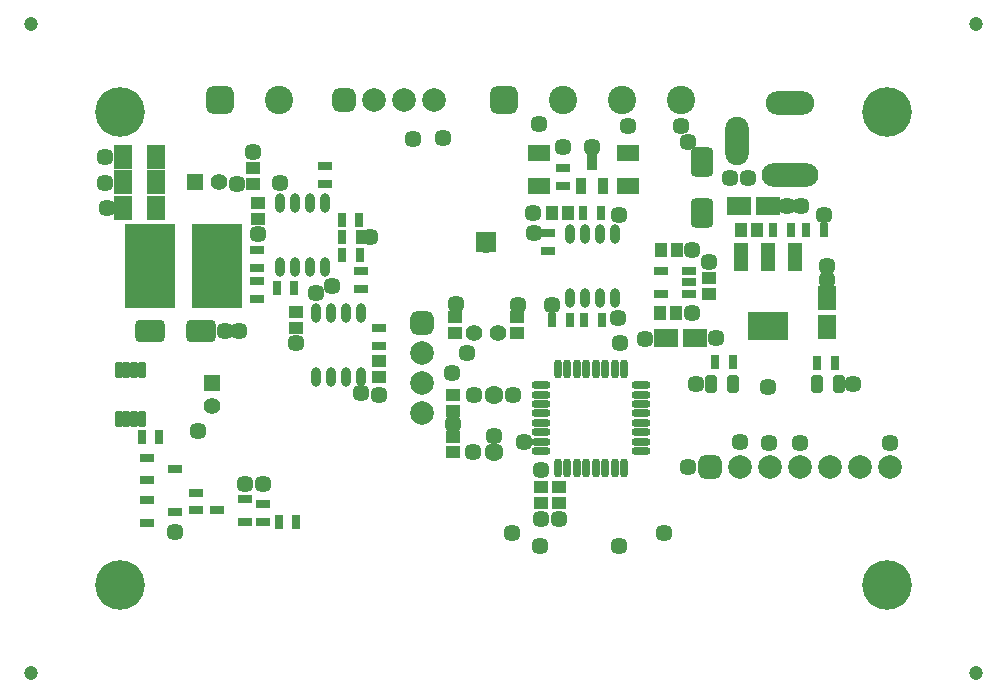
<source format=gts>
G04*
G04 #@! TF.GenerationSoftware,Altium Limited,Altium Designer,18.1.1 (9)*
G04*
G04 Layer_Color=8388736*
%FSLAX42Y42*%
%MOMM*%
G71*
G01*
G75*
G04:AMPARAMS|DCode=10|XSize=1.42mm|YSize=0.65mm|CornerRadius=0.21mm|HoleSize=0mm|Usage=FLASHONLY|Rotation=90.000|XOffset=0mm|YOffset=0mm|HoleType=Round|Shape=RoundedRectangle|*
%AMROUNDEDRECTD10*
21,1,1.42,0.23,0,0,90.0*
21,1,1.00,0.65,0,0,90.0*
1,1,0.42,0.11,0.50*
1,1,0.42,0.11,-0.50*
1,1,0.42,-0.11,-0.50*
1,1,0.42,-0.11,0.50*
%
%ADD10ROUNDEDRECTD10*%
%ADD11R,1.50X2.00*%
%ADD12R,1.20X0.80*%
%ADD13O,0.80X1.65*%
%ADD14O,0.75X1.60*%
%ADD15O,1.60X0.75*%
%ADD16R,3.45X2.35*%
%ADD17R,1.20X2.35*%
%ADD18R,1.15X0.80*%
%ADD19R,0.80X1.15*%
%ADD20R,4.20X7.20*%
%ADD21R,1.95X1.45*%
G04:AMPARAMS|DCode=22|XSize=2.47mm|YSize=1.85mm|CornerRadius=0.35mm|HoleSize=0mm|Usage=FLASHONLY|Rotation=0.000|XOffset=0mm|YOffset=0mm|HoleType=Round|Shape=RoundedRectangle|*
%AMROUNDEDRECTD22*
21,1,2.47,1.16,0,0,0.0*
21,1,1.78,1.85,0,0,0.0*
1,1,0.70,0.89,-0.58*
1,1,0.70,-0.89,-0.58*
1,1,0.70,-0.89,0.58*
1,1,0.70,0.89,0.58*
%
%ADD22ROUNDEDRECTD22*%
G04:AMPARAMS|DCode=23|XSize=1.06mm|YSize=1.55mm|CornerRadius=0.32mm|HoleSize=0mm|Usage=FLASHONLY|Rotation=180.000|XOffset=0mm|YOffset=0mm|HoleType=Round|Shape=RoundedRectangle|*
%AMROUNDEDRECTD23*
21,1,1.06,0.91,0,0,180.0*
21,1,0.42,1.55,0,0,180.0*
1,1,0.64,-0.21,0.46*
1,1,0.64,0.21,0.46*
1,1,0.64,0.21,-0.46*
1,1,0.64,-0.21,-0.46*
%
%ADD23ROUNDEDRECTD23*%
%ADD24R,0.90X1.40*%
G04:AMPARAMS|DCode=25|XSize=2.47mm|YSize=1.85mm|CornerRadius=0.35mm|HoleSize=0mm|Usage=FLASHONLY|Rotation=90.000|XOffset=0mm|YOffset=0mm|HoleType=Round|Shape=RoundedRectangle|*
%AMROUNDEDRECTD25*
21,1,2.47,1.16,0,0,90.0*
21,1,1.78,1.85,0,0,90.0*
1,1,0.70,0.58,0.89*
1,1,0.70,0.58,-0.89*
1,1,0.70,-0.58,-0.89*
1,1,0.70,-0.58,0.89*
%
%ADD25ROUNDEDRECTD25*%
%ADD26R,1.20X1.00*%
%ADD27R,1.00X1.20*%
%ADD28R,2.15X1.50*%
%ADD29R,1.50X2.15*%
%ADD30R,1.70X1.70*%
%ADD31C,1.20*%
%ADD32C,1.60*%
%ADD33C,2.40*%
G04:AMPARAMS|DCode=34|XSize=2.4mm|YSize=2.4mm|CornerRadius=0.65mm|HoleSize=0mm|Usage=FLASHONLY|Rotation=0.000|XOffset=0mm|YOffset=0mm|HoleType=Round|Shape=RoundedRectangle|*
%AMROUNDEDRECTD34*
21,1,2.40,1.10,0,0,0.0*
21,1,1.10,2.40,0,0,0.0*
1,1,1.30,0.55,-0.55*
1,1,1.30,-0.55,-0.55*
1,1,1.30,-0.55,0.55*
1,1,1.30,0.55,0.55*
%
%ADD34ROUNDEDRECTD34*%
%ADD35C,2.00*%
G04:AMPARAMS|DCode=36|XSize=2mm|YSize=2mm|CornerRadius=0.55mm|HoleSize=0mm|Usage=FLASHONLY|Rotation=0.000|XOffset=0mm|YOffset=0mm|HoleType=Round|Shape=RoundedRectangle|*
%AMROUNDEDRECTD36*
21,1,2.00,0.90,0,0,0.0*
21,1,0.90,2.00,0,0,0.0*
1,1,1.10,0.45,-0.45*
1,1,1.10,-0.45,-0.45*
1,1,1.10,-0.45,0.45*
1,1,1.10,0.45,0.45*
%
%ADD36ROUNDEDRECTD36*%
G04:AMPARAMS|DCode=37|XSize=2mm|YSize=2mm|CornerRadius=0.55mm|HoleSize=0mm|Usage=FLASHONLY|Rotation=270.000|XOffset=0mm|YOffset=0mm|HoleType=Round|Shape=RoundedRectangle|*
%AMROUNDEDRECTD37*
21,1,2.00,0.90,0,0,270.0*
21,1,0.90,2.00,0,0,270.0*
1,1,1.10,-0.45,-0.45*
1,1,1.10,-0.45,0.45*
1,1,1.10,0.45,0.45*
1,1,1.10,0.45,-0.45*
%
%ADD37ROUNDEDRECTD37*%
%ADD38O,4.80X2.00*%
%ADD39O,2.00X4.10*%
%ADD40O,4.10X2.00*%
%ADD41C,1.40*%
%ADD42R,1.40X1.40*%
%ADD43R,1.40X1.40*%
%ADD44C,4.20*%
%ADD45C,1.20*%
%ADD46C,1.45*%
D10*
X493Y2322D02*
D03*
X557D02*
D03*
X622D02*
D03*
X688D02*
D03*
Y1899D02*
D03*
X622D02*
D03*
X557D02*
D03*
X493D02*
D03*
D11*
X530Y3690D02*
D03*
X810D02*
D03*
X530Y3910D02*
D03*
X810D02*
D03*
X530Y4120D02*
D03*
X810D02*
D03*
D12*
X970Y1120D02*
D03*
X730Y1025D02*
D03*
Y1215D02*
D03*
X5080Y2965D02*
D03*
Y3155D02*
D03*
X5320D02*
D03*
Y3060D02*
D03*
Y2965D02*
D03*
X970Y1480D02*
D03*
X730Y1385D02*
D03*
Y1575D02*
D03*
X1320Y1130D02*
D03*
X1560Y1225D02*
D03*
Y1035D02*
D03*
D13*
X2241Y3733D02*
D03*
X2114D02*
D03*
X1986D02*
D03*
X1859D02*
D03*
X2241Y3188D02*
D03*
X2114D02*
D03*
X1986D02*
D03*
X1859D02*
D03*
X2541Y2802D02*
D03*
X2414D02*
D03*
X2286D02*
D03*
X2159D02*
D03*
X2541Y2258D02*
D03*
X2414D02*
D03*
X2286D02*
D03*
X2159D02*
D03*
X4690Y3472D02*
D03*
X4563D02*
D03*
X4437D02*
D03*
X4310D02*
D03*
X4690Y2927D02*
D03*
X4563D02*
D03*
X4437D02*
D03*
X4310D02*
D03*
D14*
X4210Y2330D02*
D03*
X4290D02*
D03*
X4370D02*
D03*
X4450D02*
D03*
X4530D02*
D03*
X4610D02*
D03*
X4690D02*
D03*
X4770D02*
D03*
Y1490D02*
D03*
X4690D02*
D03*
X4610D02*
D03*
X4530D02*
D03*
X4450D02*
D03*
X4370D02*
D03*
X4290D02*
D03*
X4210D02*
D03*
D15*
X4910Y2190D02*
D03*
Y2110D02*
D03*
Y2030D02*
D03*
Y1950D02*
D03*
Y1870D02*
D03*
Y1790D02*
D03*
Y1710D02*
D03*
Y1630D02*
D03*
X4070D02*
D03*
Y1710D02*
D03*
Y1790D02*
D03*
Y1870D02*
D03*
Y1950D02*
D03*
Y2030D02*
D03*
Y2110D02*
D03*
Y2190D02*
D03*
D16*
X5990Y2688D02*
D03*
D17*
X5760Y3272D02*
D03*
X5990D02*
D03*
X6220D02*
D03*
D18*
X2240Y3895D02*
D03*
Y4045D02*
D03*
X2540Y3155D02*
D03*
Y3005D02*
D03*
X2700Y2670D02*
D03*
Y2520D02*
D03*
X1150Y1130D02*
D03*
Y1280D02*
D03*
X1710Y1030D02*
D03*
Y1180D02*
D03*
X1660Y3330D02*
D03*
Y3180D02*
D03*
Y3070D02*
D03*
Y2920D02*
D03*
X4125Y3325D02*
D03*
Y3475D02*
D03*
X4250Y3875D02*
D03*
Y4025D02*
D03*
D19*
X2380Y3590D02*
D03*
X2530D02*
D03*
X2385Y3440D02*
D03*
X2535D02*
D03*
X685Y1750D02*
D03*
X835D02*
D03*
X1830Y3010D02*
D03*
X1980D02*
D03*
X2535Y3290D02*
D03*
X2385D02*
D03*
X1845Y1030D02*
D03*
X1995D02*
D03*
X5540Y2390D02*
D03*
X5690D02*
D03*
X6555Y2380D02*
D03*
X6405D02*
D03*
X6185Y3500D02*
D03*
X6035D02*
D03*
X4160Y2740D02*
D03*
X4310D02*
D03*
X4585D02*
D03*
X4435D02*
D03*
X6460Y3500D02*
D03*
X6310D02*
D03*
X4425Y3650D02*
D03*
X4575D02*
D03*
D20*
X1320Y3200D02*
D03*
X757D02*
D03*
D21*
X4800Y4155D02*
D03*
Y3875D02*
D03*
X4050Y4155D02*
D03*
Y3875D02*
D03*
D22*
X1186Y2650D02*
D03*
X753D02*
D03*
D23*
X5506Y2200D02*
D03*
X5694D02*
D03*
X6593D02*
D03*
X6407D02*
D03*
D24*
X4405Y3872D02*
D03*
X4595D02*
D03*
X4500Y4075D02*
D03*
D25*
X5430Y4076D02*
D03*
Y3644D02*
D03*
D26*
X1670Y3600D02*
D03*
Y3735D02*
D03*
X1630Y3892D02*
D03*
Y4028D02*
D03*
X1990Y2670D02*
D03*
Y2805D02*
D03*
X2700Y2395D02*
D03*
Y2260D02*
D03*
X5490Y2965D02*
D03*
Y3100D02*
D03*
X4070Y1325D02*
D03*
Y1190D02*
D03*
X4220Y1325D02*
D03*
Y1190D02*
D03*
X3320Y1755D02*
D03*
Y1620D02*
D03*
Y1973D02*
D03*
Y2108D02*
D03*
X3860Y2765D02*
D03*
Y2630D02*
D03*
X3340Y2765D02*
D03*
Y2630D02*
D03*
D27*
X5080Y3330D02*
D03*
X5215D02*
D03*
X5075Y2800D02*
D03*
X5210D02*
D03*
X4162Y3650D02*
D03*
X4297D02*
D03*
X5760Y3500D02*
D03*
X5895D02*
D03*
D28*
X5372Y2590D02*
D03*
X5128D02*
D03*
X5990Y3710D02*
D03*
X5745D02*
D03*
D29*
X6490Y2925D02*
D03*
Y2680D02*
D03*
D30*
X3600Y3400D02*
D03*
D31*
X7750Y-250D02*
D03*
X-250D02*
D03*
X7750Y5250D02*
D03*
X-250D02*
D03*
D32*
X3670Y2108D02*
D03*
Y1620D02*
D03*
D33*
X1850Y4600D02*
D03*
X5250D02*
D03*
X4750D02*
D03*
X4250D02*
D03*
D34*
X1350D02*
D03*
X3750D02*
D03*
D35*
X7024Y1500D02*
D03*
X6770D02*
D03*
X6516D02*
D03*
X6262D02*
D03*
X6008D02*
D03*
X5754D02*
D03*
X2654Y4600D02*
D03*
X2908D02*
D03*
X3162D02*
D03*
X3060Y2458D02*
D03*
Y2204D02*
D03*
Y1950D02*
D03*
D36*
X5500Y1500D02*
D03*
X2400Y4600D02*
D03*
D37*
X3060Y2712D02*
D03*
D38*
X6175Y3970D02*
D03*
D39*
X5725Y4260D02*
D03*
D40*
X6175Y4575D02*
D03*
D41*
X1340Y3910D02*
D03*
X1280Y2010D02*
D03*
X3700Y2630D02*
D03*
X3500D02*
D03*
D42*
X1140Y3910D02*
D03*
D43*
X1280Y2210D02*
D03*
D44*
X7000Y500D02*
D03*
X500D02*
D03*
X7000Y4500D02*
D03*
X500D02*
D03*
D45*
X5725Y4180D02*
D03*
Y4340D02*
D03*
X6255Y4575D02*
D03*
X6095D02*
D03*
X6255Y3970D02*
D03*
X6095D02*
D03*
D46*
X2700Y2110D02*
D03*
X390Y3690D02*
D03*
X380Y3900D02*
D03*
Y4120D02*
D03*
X7024Y1700D02*
D03*
X6262D02*
D03*
X5754Y1710D02*
D03*
X6000Y1700D02*
D03*
X3600Y3380D02*
D03*
X1160Y1800D02*
D03*
X3500Y2110D02*
D03*
X3490Y1620D02*
D03*
X3670Y1760D02*
D03*
X3830Y2110D02*
D03*
X5310Y1500D02*
D03*
X1491Y3892D02*
D03*
X3240Y4280D02*
D03*
X2984Y4270D02*
D03*
X3310Y2290D02*
D03*
X3440Y2460D02*
D03*
X5250Y4380D02*
D03*
X5310Y4250D02*
D03*
X4800Y4380D02*
D03*
X4050Y4400D02*
D03*
X5820Y3940D02*
D03*
X5670D02*
D03*
X4720Y2760D02*
D03*
X3920Y1710D02*
D03*
X2620Y3440D02*
D03*
X6490Y3200D02*
D03*
Y3077D02*
D03*
X4730Y3630D02*
D03*
X2300Y3030D02*
D03*
X2541Y2120D02*
D03*
X6460Y3630D02*
D03*
X6270Y3710D02*
D03*
X6150D02*
D03*
X3870Y2870D02*
D03*
X3350Y2880D02*
D03*
X1630Y4160D02*
D03*
X4070Y1060D02*
D03*
X4220D02*
D03*
X4730Y830D02*
D03*
X4060D02*
D03*
X1859Y3899D02*
D03*
X1670Y3470D02*
D03*
X970Y950D02*
D03*
X1710Y1350D02*
D03*
X1560D02*
D03*
X5990Y2170D02*
D03*
X5550Y2590D02*
D03*
X5350Y2800D02*
D03*
Y3330D02*
D03*
X5490Y3230D02*
D03*
X1510Y2650D02*
D03*
X1390D02*
D03*
X1990Y2550D02*
D03*
X5110Y940D02*
D03*
X3820D02*
D03*
X2159Y2969D02*
D03*
X3320Y1864D02*
D03*
X4000Y3650D02*
D03*
X4005Y3475D02*
D03*
X4160Y2870D02*
D03*
X4740Y2550D02*
D03*
X6710Y2200D02*
D03*
X5380D02*
D03*
X4070Y1470D02*
D03*
X4950Y2580D02*
D03*
X4250Y4210D02*
D03*
X4500D02*
D03*
M02*

</source>
